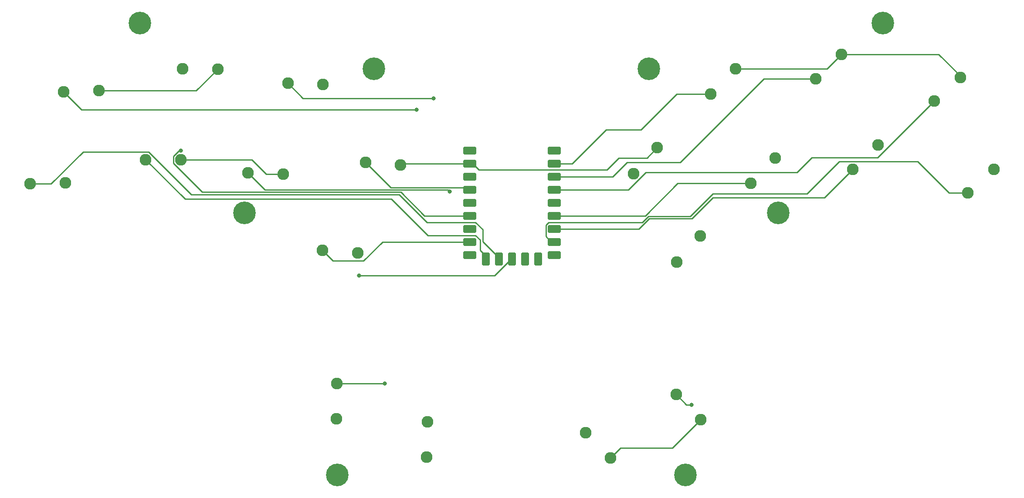
<source format=gtl>
G04 #@! TF.GenerationSoftware,KiCad,Pcbnew,9.0.0*
G04 #@! TF.CreationDate,2025-03-22T22:46:09+01:00*
G04 #@! TF.ProjectId,chouchou_mx,63686f75-6368-46f7-955f-6d782e6b6963,v1.0.0*
G04 #@! TF.SameCoordinates,Original*
G04 #@! TF.FileFunction,Copper,L1,Top*
G04 #@! TF.FilePolarity,Positive*
%FSLAX46Y46*%
G04 Gerber Fmt 4.6, Leading zero omitted, Abs format (unit mm)*
G04 Created by KiCad (PCBNEW 9.0.0) date 2025-03-22 22:46:09*
%MOMM*%
%LPD*%
G01*
G04 APERTURE LIST*
G04 Aperture macros list*
%AMRoundRect*
0 Rectangle with rounded corners*
0 $1 Rounding radius*
0 $2 $3 $4 $5 $6 $7 $8 $9 X,Y pos of 4 corners*
0 Add a 4 corners polygon primitive as box body*
4,1,4,$2,$3,$4,$5,$6,$7,$8,$9,$2,$3,0*
0 Add four circle primitives for the rounded corners*
1,1,$1+$1,$2,$3*
1,1,$1+$1,$4,$5*
1,1,$1+$1,$6,$7*
1,1,$1+$1,$8,$9*
0 Add four rect primitives between the rounded corners*
20,1,$1+$1,$2,$3,$4,$5,0*
20,1,$1+$1,$4,$5,$6,$7,0*
20,1,$1+$1,$6,$7,$8,$9,0*
20,1,$1+$1,$8,$9,$2,$3,0*%
G04 Aperture macros list end*
G04 #@! TA.AperFunction,ComponentPad*
%ADD10C,0.700000*%
G04 #@! TD*
G04 #@! TA.AperFunction,ComponentPad*
%ADD11C,4.400000*%
G04 #@! TD*
G04 #@! TA.AperFunction,ComponentPad*
%ADD12C,2.286000*%
G04 #@! TD*
G04 #@! TA.AperFunction,ComponentPad*
%ADD13RoundRect,0.400000X-0.900000X-0.400000X0.900000X-0.400000X0.900000X0.400000X-0.900000X0.400000X0*%
G04 #@! TD*
G04 #@! TA.AperFunction,ComponentPad*
%ADD14RoundRect,0.400050X-0.899950X-0.400050X0.899950X-0.400050X0.899950X0.400050X-0.899950X0.400050X0*%
G04 #@! TD*
G04 #@! TA.AperFunction,ComponentPad*
%ADD15RoundRect,0.400000X-0.400000X-0.900000X0.400000X-0.900000X0.400000X0.900000X-0.400000X0.900000X0*%
G04 #@! TD*
G04 #@! TA.AperFunction,ComponentPad*
%ADD16RoundRect,0.393700X-0.393700X-0.906300X0.393700X-0.906300X0.393700X0.906300X-0.393700X0.906300X0*%
G04 #@! TD*
G04 #@! TA.AperFunction,ViaPad*
%ADD17C,0.800000*%
G04 #@! TD*
G04 #@! TA.AperFunction,Conductor*
%ADD18C,0.250000*%
G04 #@! TD*
G04 APERTURE END LIST*
D10*
X138497107Y-106971967D03*
X139350280Y-106040892D03*
X138552192Y-108233620D03*
X140611933Y-105985807D03*
D11*
X140047600Y-107536300D03*
D10*
X139483267Y-109086793D03*
X141543008Y-106838980D03*
X140744920Y-109031708D03*
X141598093Y-108100633D03*
D12*
X125273117Y-120893707D03*
X132108898Y-120678716D03*
X244241578Y-179777132D03*
X249060803Y-184629881D03*
X258735217Y-138695922D03*
X263503119Y-133792739D03*
D10*
X262576450Y-145135215D03*
X262543393Y-143872793D03*
X263492493Y-146004507D03*
X263412685Y-142956750D03*
D11*
X264083800Y-144464100D03*
D10*
X264754915Y-145971450D03*
X264675107Y-142923693D03*
X265624207Y-145055407D03*
X265591150Y-143792985D03*
D12*
X250986917Y-121292822D03*
X255754819Y-116389639D03*
X161063972Y-136629700D03*
X167898097Y-136892072D03*
X278536855Y-135995895D03*
X283472971Y-131262096D03*
D10*
X184028390Y-115672988D03*
X183951295Y-116933486D03*
X184974214Y-114836195D03*
X186234712Y-114913290D03*
D11*
X185511400Y-116396300D03*
D10*
X184788088Y-117879310D03*
X186048586Y-117956405D03*
X187071505Y-115859114D03*
X186994410Y-117119612D03*
D12*
X178213508Y-184453296D03*
X178356568Y-177615634D03*
X148329352Y-116430093D03*
X155168470Y-116453798D03*
X271400555Y-118333095D03*
X276336671Y-113599296D03*
X118757617Y-138794807D03*
X125593398Y-138579816D03*
X168812372Y-119226600D03*
X175646497Y-119488972D03*
X300908743Y-140532270D03*
X306007060Y-135973623D03*
D13*
X220600000Y-132300000D03*
X220600000Y-132300000D03*
X220600000Y-134840000D03*
X220600000Y-134840000D03*
X220600000Y-137380000D03*
X220600000Y-137380000D03*
X220600000Y-139920000D03*
X220600000Y-139920000D03*
X220600000Y-142460000D03*
X220600000Y-142460000D03*
D14*
X220600000Y-145000000D03*
X220600000Y-145000000D03*
X220600000Y-147540000D03*
X220600000Y-147540000D03*
X220600000Y-150080000D03*
X220600000Y-150080000D03*
X220600000Y-152620000D03*
X220600000Y-152620000D03*
D15*
X217460000Y-153430000D03*
X217460000Y-153430000D03*
D16*
X214920000Y-153430000D03*
X214920000Y-153430000D03*
X212380000Y-153430000D03*
X212380000Y-153430000D03*
X209840000Y-153430000D03*
X209840000Y-153430000D03*
X207300000Y-153430000D03*
X207300000Y-153430000D03*
D14*
X204160000Y-152620000D03*
X204160000Y-152620000D03*
X204160000Y-150080000D03*
X204160000Y-150080000D03*
X204160000Y-147540000D03*
X204160000Y-147540000D03*
X204160000Y-145000000D03*
X204160000Y-145000000D03*
X204160000Y-132300000D03*
X204160000Y-132300000D03*
X204160000Y-134840000D03*
X204160000Y-134840000D03*
X204160000Y-137380000D03*
X204160000Y-137380000D03*
X204160000Y-142460000D03*
X204160000Y-142460000D03*
X204160000Y-139920000D03*
X204160000Y-139920000D03*
D12*
X195749208Y-191896696D03*
X195892268Y-185059034D03*
D10*
X177758994Y-196900133D03*
X176873847Y-195999401D03*
X179021801Y-196911153D03*
X176884867Y-194736594D03*
D11*
X178403700Y-195381300D03*
D10*
X179922533Y-196026006D03*
X177785599Y-193851447D03*
X179933553Y-194763199D03*
X179048406Y-193862467D03*
X158848850Y-143792985D03*
X159764893Y-142923693D03*
X158815793Y-145055407D03*
X161027315Y-142956750D03*
D11*
X160356200Y-144464100D03*
D10*
X159685085Y-145971450D03*
X161896607Y-143872793D03*
X160947507Y-146004507D03*
X161863550Y-145135215D03*
X237445590Y-117119612D03*
X237368495Y-115859114D03*
X238391414Y-117956405D03*
X238205288Y-114913290D03*
D11*
X238928600Y-116396300D03*
D10*
X239651912Y-117879310D03*
X239465786Y-114836195D03*
X240488705Y-116933486D03*
X240411610Y-115672988D03*
D12*
X175546638Y-151734411D03*
X182367443Y-152235131D03*
X244327489Y-153961336D03*
X248921368Y-148894743D03*
X183897638Y-134612411D03*
X190718443Y-135113131D03*
X235976489Y-136839336D03*
X240570368Y-131772743D03*
X226705978Y-187220532D03*
X231525203Y-192073281D03*
X294393243Y-122631170D03*
X299491560Y-118072523D03*
D10*
X282841907Y-108100633D03*
X282896992Y-106838980D03*
X283695080Y-109031708D03*
X283828067Y-105985807D03*
D11*
X284392400Y-107536300D03*
D10*
X284956733Y-109086793D03*
X285089720Y-106040892D03*
X285887808Y-108233620D03*
X285942893Y-106971967D03*
X245391594Y-193862467D03*
X246654401Y-193851447D03*
X244506447Y-194763199D03*
X247555133Y-194736594D03*
D11*
X246036300Y-195381300D03*
D10*
X244517467Y-196026006D03*
X247566153Y-195999401D03*
X245418199Y-196911153D03*
X246681006Y-196900133D03*
D12*
X141193052Y-134092893D03*
X148032170Y-134116598D03*
D17*
X187624900Y-177615600D03*
X193836100Y-124336600D03*
X148025900Y-132347900D03*
X200254300Y-140263400D03*
X197095100Y-122133300D03*
X182634000Y-156632400D03*
X247231400Y-181758100D03*
D18*
X209496100Y-152830000D02*
X206691400Y-150025300D01*
X190426900Y-140855500D02*
X150034300Y-140855500D01*
X195841400Y-146270000D02*
X190426900Y-140855500D01*
X206691400Y-147687000D02*
X205274400Y-146270000D01*
X209840000Y-152830000D02*
X209496100Y-152830000D01*
X206691400Y-150025300D02*
X206691400Y-147687000D01*
X205274400Y-146270000D02*
X195841400Y-146270000D01*
X150034300Y-140855500D02*
X141753300Y-132574500D01*
X122789400Y-138794800D02*
X118757600Y-138794800D01*
X129009700Y-132574500D02*
X122789400Y-138794800D01*
X141753300Y-132574500D02*
X129009700Y-132574500D01*
X243547900Y-190142800D02*
X233455700Y-190142800D01*
X273546400Y-116389600D02*
X276336700Y-113599300D01*
X249060800Y-184629900D02*
X243547900Y-190142800D01*
X299491600Y-118072500D02*
X299491600Y-117802300D01*
X240570400Y-131772700D02*
X238570400Y-133772700D01*
X190991500Y-134840000D02*
X190718400Y-135113100D01*
X255754800Y-116389600D02*
X273546400Y-116389600D01*
X150943600Y-120678700D02*
X155168500Y-116453800D01*
X161836600Y-134116600D02*
X164612100Y-136892100D01*
X230842000Y-136030600D02*
X205950600Y-136030600D01*
X164612100Y-136892100D02*
X167898100Y-136892100D01*
X204760000Y-134840000D02*
X190991500Y-134840000D01*
X148032200Y-134116600D02*
X161836600Y-134116600D01*
X233455700Y-190142800D02*
X231525200Y-192073300D01*
X132108900Y-120678700D02*
X150943600Y-120678700D01*
X205950600Y-136030600D02*
X204760000Y-134840000D01*
X299491600Y-117802300D02*
X295288600Y-113599300D01*
X178356600Y-177615600D02*
X187624900Y-177615600D01*
X295288600Y-113599300D02*
X276336700Y-113599300D01*
X238570400Y-133772700D02*
X233099900Y-133772700D01*
X233099900Y-133772700D02*
X230842000Y-136030600D01*
X125273100Y-120893700D02*
X128716000Y-124336600D01*
X128716000Y-124336600D02*
X193836100Y-124336600D01*
X206141600Y-149714200D02*
X206141600Y-151671600D01*
X141193100Y-134092900D02*
X148854800Y-141754600D01*
X188927900Y-141754600D02*
X195983300Y-148810000D01*
X195983300Y-148810000D02*
X205237400Y-148810000D01*
X148854800Y-141754600D02*
X188927900Y-141754600D01*
X206141600Y-151671600D02*
X207300000Y-152830000D01*
X205237400Y-148810000D02*
X206141600Y-149714200D01*
X146562500Y-133438400D02*
X147653000Y-132347900D01*
X147653000Y-132347900D02*
X148025900Y-132347900D01*
X152189300Y-140403800D02*
X146562500Y-134777000D01*
X146562500Y-134777000D02*
X146562500Y-133438400D01*
X190745400Y-140403800D02*
X152189300Y-140403800D01*
X204760000Y-145000000D02*
X195341600Y-145000000D01*
X195341600Y-145000000D02*
X190745400Y-140403800D01*
X164386400Y-139952100D02*
X161064000Y-136629700D01*
X200254300Y-140263400D02*
X199943000Y-139952100D01*
X199943000Y-139952100D02*
X164386400Y-139952100D01*
X171719100Y-122133300D02*
X197095100Y-122133300D01*
X168812400Y-119226600D02*
X171719100Y-122133300D01*
X177571700Y-153759500D02*
X175546600Y-151734400D01*
X183502800Y-153759500D02*
X177571700Y-153759500D01*
X187182300Y-150080000D02*
X183502800Y-153759500D01*
X204760000Y-150080000D02*
X187182300Y-150080000D01*
X188785600Y-139500400D02*
X183897600Y-134612400D01*
X204760000Y-139920000D02*
X204340400Y-139500400D01*
X204340400Y-139500400D02*
X188785600Y-139500400D01*
X212380000Y-153247500D02*
X208995100Y-156632400D01*
X208995100Y-156632400D02*
X182634000Y-156632400D01*
X212380000Y-152830000D02*
X212380000Y-153247500D01*
X238847800Y-145070400D02*
X247022800Y-145070400D01*
X220000000Y-150080000D02*
X218934400Y-149014400D01*
X291146500Y-134436300D02*
X297242500Y-140532300D01*
X251361900Y-140731300D02*
X269649900Y-140731300D01*
X219501200Y-146270000D02*
X237648200Y-146270000D01*
X218934400Y-146836800D02*
X219501200Y-146270000D01*
X269649900Y-140731300D02*
X275944900Y-134436300D01*
X275944900Y-134436300D02*
X291146500Y-134436300D01*
X297242500Y-140532300D02*
X300908700Y-140532300D01*
X218934400Y-149014400D02*
X218934400Y-146836800D01*
X247022800Y-145070400D02*
X251361900Y-140731300D01*
X237648200Y-146270000D02*
X238847800Y-145070400D01*
X238378600Y-136515800D02*
X234974400Y-139920000D01*
X234974400Y-139920000D02*
X220000000Y-139920000D01*
X270567700Y-133664900D02*
X267716800Y-136515800D01*
X294393200Y-122631200D02*
X283359500Y-133664900D01*
X283359500Y-133664900D02*
X270567700Y-133664900D01*
X267716800Y-136515800D02*
X238378600Y-136515800D01*
X239035000Y-145522100D02*
X247289400Y-145522100D01*
X251381100Y-141430400D02*
X273102400Y-141430400D01*
X237017100Y-147540000D02*
X239035000Y-145522100D01*
X220000000Y-147540000D02*
X237017100Y-147540000D01*
X273102400Y-141430400D02*
X278536900Y-135995900D01*
X247289400Y-145522100D02*
X251381100Y-141430400D01*
X245075500Y-134585100D02*
X261327500Y-118333100D01*
X234699800Y-134585100D02*
X245075500Y-134585100D01*
X261327500Y-118333100D02*
X271400600Y-118333100D01*
X220000000Y-137380000D02*
X231904900Y-137380000D01*
X231904900Y-137380000D02*
X234699800Y-134585100D01*
X238261400Y-145000000D02*
X220000000Y-145000000D01*
X258735200Y-138695900D02*
X244565500Y-138695900D01*
X244565500Y-138695900D02*
X238261400Y-145000000D01*
X224034300Y-134840000D02*
X220000000Y-134840000D01*
X250986900Y-121292800D02*
X244377900Y-121292800D01*
X237438100Y-128232600D02*
X230641700Y-128232600D01*
X244377900Y-121292800D02*
X237438100Y-128232600D01*
X230641700Y-128232600D02*
X224034300Y-134840000D01*
X246222600Y-181758100D02*
X247231400Y-181758100D01*
X244241600Y-179777100D02*
X246222600Y-181758100D01*
M02*

</source>
